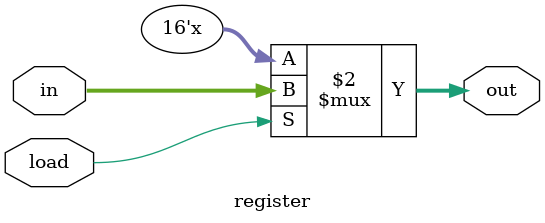
<source format=v>
module register(input [15:0] in, input load, output reg [15:0] out);
    
    always @ (*) begin
        if (load) begin
            out <= in;
        end
    end

endmodule
</source>
